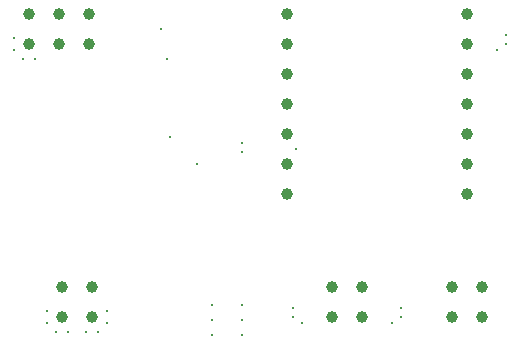
<source format=gbr>
%TF.GenerationSoftware,KiCad,Pcbnew,8.0.4*%
%TF.CreationDate,2024-08-21T00:11:00-04:00*%
%TF.ProjectId,Drone_Motherboard,44726f6e-655f-44d6-9f74-686572626f61,rev?*%
%TF.SameCoordinates,Original*%
%TF.FileFunction,Plated,1,2,PTH,Drill*%
%TF.FilePolarity,Positive*%
%FSLAX46Y46*%
G04 Gerber Fmt 4.6, Leading zero omitted, Abs format (unit mm)*
G04 Created by KiCad (PCBNEW 8.0.4) date 2024-08-21 00:11:00*
%MOMM*%
%LPD*%
G01*
G04 APERTURE LIST*
%TA.AperFunction,ViaDrill*%
%ADD10C,0.300000*%
%TD*%
%TA.AperFunction,ComponentDrill*%
%ADD11C,1.000000*%
%TD*%
G04 APERTURE END LIST*
D10*
X117848000Y-109466000D03*
X117848000Y-110482000D03*
X118610000Y-111244000D03*
X119626000Y-111244000D03*
X120642000Y-132580000D03*
X120642000Y-133596000D03*
X121404000Y-134358000D03*
X122420000Y-134358000D03*
X123944000Y-134358000D03*
X124960000Y-134358000D03*
X125722000Y-132580000D03*
X125722000Y-133596000D03*
X130302000Y-108712000D03*
X130810000Y-111252000D03*
X131056000Y-117848000D03*
X133350000Y-120142000D03*
X134612000Y-132072000D03*
X134612000Y-133342000D03*
X134612000Y-134612000D03*
X137152000Y-118356000D03*
X137152000Y-119118000D03*
X137152000Y-132072000D03*
X137152000Y-133342000D03*
X137152000Y-134612000D03*
X141470000Y-132326000D03*
X141470000Y-133088000D03*
X141732000Y-118872000D03*
X142232000Y-133596000D03*
X149852000Y-133596000D03*
X150614000Y-132326000D03*
X150614000Y-133088000D03*
X158750000Y-110482000D03*
X159512000Y-109212000D03*
X159512000Y-109974000D03*
D11*
%TO.C,ESC_DEBUG1*%
X119111000Y-107437000D03*
X119111000Y-109977000D03*
X121651000Y-107437000D03*
X121651000Y-109977000D03*
%TO.C,VBUCK1*%
X121925000Y-130561000D03*
X121925000Y-133101000D03*
%TO.C,ESC_DEBUG1*%
X124191000Y-107437000D03*
X124191000Y-109977000D03*
%TO.C,VBUCK1*%
X124465000Y-130561000D03*
X124465000Y-133101000D03*
%TO.C,XIAO_L1*%
X140970000Y-107442000D03*
X140970000Y-109982000D03*
X140970000Y-112522000D03*
X140970000Y-115062000D03*
X140970000Y-117602000D03*
X140970000Y-120142000D03*
X140970000Y-122682000D03*
%TO.C,JETSON_PWR1*%
X144785000Y-130551000D03*
X144785000Y-133091000D03*
X147325000Y-130551000D03*
X147325000Y-133091000D03*
%TO.C,SPI1*%
X154945000Y-130551000D03*
X154945000Y-133091000D03*
%TO.C,XIAO_R1*%
X156210000Y-107442000D03*
X156210000Y-109982000D03*
X156210000Y-112522000D03*
X156210000Y-115062000D03*
X156210000Y-117602000D03*
X156210000Y-120142000D03*
X156210000Y-122682000D03*
%TO.C,SPI1*%
X157485000Y-130551000D03*
X157485000Y-133091000D03*
M02*

</source>
